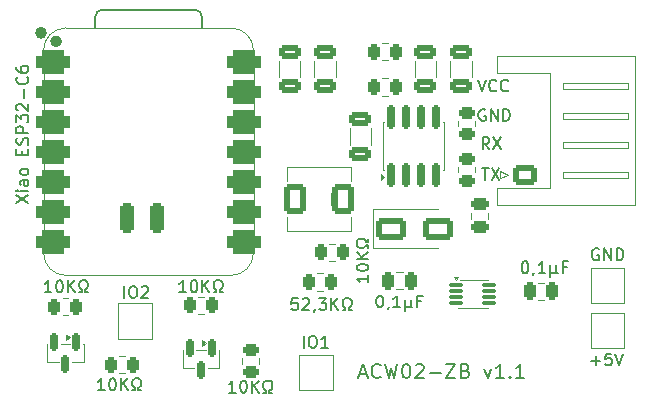
<source format=gto>
%TF.GenerationSoftware,KiCad,Pcbnew,9.0.5*%
%TF.CreationDate,2025-11-20T08:48:28+01:00*%
%TF.ProjectId,acw02_zb-v1.1,61637730-325f-47a6-922d-76312e312e6b,rev?*%
%TF.SameCoordinates,Original*%
%TF.FileFunction,Legend,Top*%
%TF.FilePolarity,Positive*%
%FSLAX46Y46*%
G04 Gerber Fmt 4.6, Leading zero omitted, Abs format (unit mm)*
G04 Created by KiCad (PCBNEW 9.0.5) date 2025-11-20 08:48:28*
%MOMM*%
%LPD*%
G01*
G04 APERTURE LIST*
G04 Aperture macros list*
%AMRoundRect*
0 Rectangle with rounded corners*
0 $1 Rounding radius*
0 $2 $3 $4 $5 $6 $7 $8 $9 X,Y pos of 4 corners*
0 Add a 4 corners polygon primitive as box body*
4,1,4,$2,$3,$4,$5,$6,$7,$8,$9,$2,$3,0*
0 Add four circle primitives for the rounded corners*
1,1,$1+$1,$2,$3*
1,1,$1+$1,$4,$5*
1,1,$1+$1,$6,$7*
1,1,$1+$1,$8,$9*
0 Add four rect primitives between the rounded corners*
20,1,$1+$1,$2,$3,$4,$5,0*
20,1,$1+$1,$4,$5,$6,$7,0*
20,1,$1+$1,$6,$7,$8,$9,0*
20,1,$1+$1,$8,$9,$2,$3,0*%
G04 Aperture macros list end*
%ADD10C,0.150000*%
%ADD11C,0.120000*%
%ADD12C,0.100000*%
%ADD13C,0.127000*%
%ADD14C,0.504000*%
%ADD15RoundRect,0.250000X-1.000000X-0.650000X1.000000X-0.650000X1.000000X0.650000X-1.000000X0.650000X0*%
%ADD16RoundRect,0.525400X-0.900400X-0.525400X0.900400X-0.525400X0.900400X0.525400X-0.900400X0.525400X0*%
%ADD17RoundRect,0.300400X-0.300400X1.000400X-0.300400X-1.000400X0.300400X-1.000400X0.300400X1.000400X0*%
%ADD18C,1.700000*%
%ADD19RoundRect,0.250000X0.262500X0.450000X-0.262500X0.450000X-0.262500X-0.450000X0.262500X-0.450000X0*%
%ADD20C,2.600000*%
%ADD21RoundRect,0.250000X0.475000X-0.250000X0.475000X0.250000X-0.475000X0.250000X-0.475000X-0.250000X0*%
%ADD22RoundRect,0.250000X0.250000X0.475000X-0.250000X0.475000X-0.250000X-0.475000X0.250000X-0.475000X0*%
%ADD23RoundRect,0.250000X-0.650000X0.325000X-0.650000X-0.325000X0.650000X-0.325000X0.650000X0.325000X0*%
%ADD24RoundRect,0.250000X0.700000X1.000000X-0.700000X1.000000X-0.700000X-1.000000X0.700000X-1.000000X0*%
%ADD25RoundRect,0.150000X-0.150000X0.587500X-0.150000X-0.587500X0.150000X-0.587500X0.150000X0.587500X0*%
%ADD26RoundRect,0.250000X0.650000X-0.325000X0.650000X0.325000X-0.650000X0.325000X-0.650000X-0.325000X0*%
%ADD27RoundRect,0.150000X0.150000X-0.825000X0.150000X0.825000X-0.150000X0.825000X-0.150000X-0.825000X0*%
%ADD28R,3.000000X2.290000*%
%ADD29RoundRect,0.250000X-0.450000X0.262500X-0.450000X-0.262500X0.450000X-0.262500X0.450000X0.262500X0*%
%ADD30RoundRect,0.250000X0.450000X-0.262500X0.450000X0.262500X-0.450000X0.262500X-0.450000X-0.262500X0*%
%ADD31RoundRect,0.250000X-0.262500X-0.450000X0.262500X-0.450000X0.262500X0.450000X-0.262500X0.450000X0*%
%ADD32RoundRect,0.250000X0.725000X-0.600000X0.725000X0.600000X-0.725000X0.600000X-0.725000X-0.600000X0*%
%ADD33O,1.950000X1.700000*%
%ADD34RoundRect,0.087500X-0.537500X-0.087500X0.537500X-0.087500X0.537500X0.087500X-0.537500X0.087500X0*%
G04 APERTURE END LIST*
D10*
X139536779Y-95188866D02*
X140298684Y-95188866D01*
X139917731Y-95569819D02*
X139917731Y-94807914D01*
X141251064Y-94569819D02*
X140774874Y-94569819D01*
X140774874Y-94569819D02*
X140727255Y-95046009D01*
X140727255Y-95046009D02*
X140774874Y-94998390D01*
X140774874Y-94998390D02*
X140870112Y-94950771D01*
X140870112Y-94950771D02*
X141108207Y-94950771D01*
X141108207Y-94950771D02*
X141203445Y-94998390D01*
X141203445Y-94998390D02*
X141251064Y-95046009D01*
X141251064Y-95046009D02*
X141298683Y-95141247D01*
X141298683Y-95141247D02*
X141298683Y-95379342D01*
X141298683Y-95379342D02*
X141251064Y-95474580D01*
X141251064Y-95474580D02*
X141203445Y-95522200D01*
X141203445Y-95522200D02*
X141108207Y-95569819D01*
X141108207Y-95569819D02*
X140870112Y-95569819D01*
X140870112Y-95569819D02*
X140774874Y-95522200D01*
X140774874Y-95522200D02*
X140727255Y-95474580D01*
X141584398Y-94569819D02*
X141917731Y-95569819D01*
X141917731Y-95569819D02*
X142251064Y-94569819D01*
X140160588Y-85717438D02*
X140065350Y-85669819D01*
X140065350Y-85669819D02*
X139922493Y-85669819D01*
X139922493Y-85669819D02*
X139779636Y-85717438D01*
X139779636Y-85717438D02*
X139684398Y-85812676D01*
X139684398Y-85812676D02*
X139636779Y-85907914D01*
X139636779Y-85907914D02*
X139589160Y-86098390D01*
X139589160Y-86098390D02*
X139589160Y-86241247D01*
X139589160Y-86241247D02*
X139636779Y-86431723D01*
X139636779Y-86431723D02*
X139684398Y-86526961D01*
X139684398Y-86526961D02*
X139779636Y-86622200D01*
X139779636Y-86622200D02*
X139922493Y-86669819D01*
X139922493Y-86669819D02*
X140017731Y-86669819D01*
X140017731Y-86669819D02*
X140160588Y-86622200D01*
X140160588Y-86622200D02*
X140208207Y-86574580D01*
X140208207Y-86574580D02*
X140208207Y-86241247D01*
X140208207Y-86241247D02*
X140017731Y-86241247D01*
X140636779Y-86669819D02*
X140636779Y-85669819D01*
X140636779Y-85669819D02*
X141208207Y-86669819D01*
X141208207Y-86669819D02*
X141208207Y-85669819D01*
X141684398Y-86669819D02*
X141684398Y-85669819D01*
X141684398Y-85669819D02*
X141922493Y-85669819D01*
X141922493Y-85669819D02*
X142065350Y-85717438D01*
X142065350Y-85717438D02*
X142160588Y-85812676D01*
X142160588Y-85812676D02*
X142208207Y-85907914D01*
X142208207Y-85907914D02*
X142255826Y-86098390D01*
X142255826Y-86098390D02*
X142255826Y-86241247D01*
X142255826Y-86241247D02*
X142208207Y-86431723D01*
X142208207Y-86431723D02*
X142160588Y-86526961D01*
X142160588Y-86526961D02*
X142065350Y-86622200D01*
X142065350Y-86622200D02*
X141922493Y-86669819D01*
X141922493Y-86669819D02*
X141684398Y-86669819D01*
X93838095Y-89369819D02*
X93266667Y-89369819D01*
X93552381Y-89369819D02*
X93552381Y-88369819D01*
X93552381Y-88369819D02*
X93457143Y-88512676D01*
X93457143Y-88512676D02*
X93361905Y-88607914D01*
X93361905Y-88607914D02*
X93266667Y-88655533D01*
X94457143Y-88369819D02*
X94552381Y-88369819D01*
X94552381Y-88369819D02*
X94647619Y-88417438D01*
X94647619Y-88417438D02*
X94695238Y-88465057D01*
X94695238Y-88465057D02*
X94742857Y-88560295D01*
X94742857Y-88560295D02*
X94790476Y-88750771D01*
X94790476Y-88750771D02*
X94790476Y-88988866D01*
X94790476Y-88988866D02*
X94742857Y-89179342D01*
X94742857Y-89179342D02*
X94695238Y-89274580D01*
X94695238Y-89274580D02*
X94647619Y-89322200D01*
X94647619Y-89322200D02*
X94552381Y-89369819D01*
X94552381Y-89369819D02*
X94457143Y-89369819D01*
X94457143Y-89369819D02*
X94361905Y-89322200D01*
X94361905Y-89322200D02*
X94314286Y-89274580D01*
X94314286Y-89274580D02*
X94266667Y-89179342D01*
X94266667Y-89179342D02*
X94219048Y-88988866D01*
X94219048Y-88988866D02*
X94219048Y-88750771D01*
X94219048Y-88750771D02*
X94266667Y-88560295D01*
X94266667Y-88560295D02*
X94314286Y-88465057D01*
X94314286Y-88465057D02*
X94361905Y-88417438D01*
X94361905Y-88417438D02*
X94457143Y-88369819D01*
X95219048Y-89369819D02*
X95219048Y-88369819D01*
X95790476Y-89369819D02*
X95361905Y-88798390D01*
X95790476Y-88369819D02*
X95219048Y-88941247D01*
X96171429Y-89369819D02*
X96409524Y-89369819D01*
X96409524Y-89369819D02*
X96409524Y-89179342D01*
X96409524Y-89179342D02*
X96314286Y-89131723D01*
X96314286Y-89131723D02*
X96219048Y-89036485D01*
X96219048Y-89036485D02*
X96171429Y-88893628D01*
X96171429Y-88893628D02*
X96171429Y-88655533D01*
X96171429Y-88655533D02*
X96219048Y-88512676D01*
X96219048Y-88512676D02*
X96314286Y-88417438D01*
X96314286Y-88417438D02*
X96457143Y-88369819D01*
X96457143Y-88369819D02*
X96647619Y-88369819D01*
X96647619Y-88369819D02*
X96790476Y-88417438D01*
X96790476Y-88417438D02*
X96885714Y-88512676D01*
X96885714Y-88512676D02*
X96933333Y-88655533D01*
X96933333Y-88655533D02*
X96933333Y-88893628D01*
X96933333Y-88893628D02*
X96885714Y-89036485D01*
X96885714Y-89036485D02*
X96790476Y-89131723D01*
X96790476Y-89131723D02*
X96695238Y-89179342D01*
X96695238Y-89179342D02*
X96695238Y-89369819D01*
X96695238Y-89369819D02*
X96933333Y-89369819D01*
X133885714Y-86769819D02*
X133980952Y-86769819D01*
X133980952Y-86769819D02*
X134076190Y-86817438D01*
X134076190Y-86817438D02*
X134123809Y-86865057D01*
X134123809Y-86865057D02*
X134171428Y-86960295D01*
X134171428Y-86960295D02*
X134219047Y-87150771D01*
X134219047Y-87150771D02*
X134219047Y-87388866D01*
X134219047Y-87388866D02*
X134171428Y-87579342D01*
X134171428Y-87579342D02*
X134123809Y-87674580D01*
X134123809Y-87674580D02*
X134076190Y-87722200D01*
X134076190Y-87722200D02*
X133980952Y-87769819D01*
X133980952Y-87769819D02*
X133885714Y-87769819D01*
X133885714Y-87769819D02*
X133790476Y-87722200D01*
X133790476Y-87722200D02*
X133742857Y-87674580D01*
X133742857Y-87674580D02*
X133695238Y-87579342D01*
X133695238Y-87579342D02*
X133647619Y-87388866D01*
X133647619Y-87388866D02*
X133647619Y-87150771D01*
X133647619Y-87150771D02*
X133695238Y-86960295D01*
X133695238Y-86960295D02*
X133742857Y-86865057D01*
X133742857Y-86865057D02*
X133790476Y-86817438D01*
X133790476Y-86817438D02*
X133885714Y-86769819D01*
X134695238Y-87722200D02*
X134695238Y-87769819D01*
X134695238Y-87769819D02*
X134647619Y-87865057D01*
X134647619Y-87865057D02*
X134600000Y-87912676D01*
X135647618Y-87769819D02*
X135076190Y-87769819D01*
X135361904Y-87769819D02*
X135361904Y-86769819D01*
X135361904Y-86769819D02*
X135266666Y-86912676D01*
X135266666Y-86912676D02*
X135171428Y-87007914D01*
X135171428Y-87007914D02*
X135076190Y-87055533D01*
X136076190Y-87103152D02*
X136076190Y-88103152D01*
X136552380Y-87626961D02*
X136599999Y-87722200D01*
X136599999Y-87722200D02*
X136695237Y-87769819D01*
X136076190Y-87626961D02*
X136123809Y-87722200D01*
X136123809Y-87722200D02*
X136219047Y-87769819D01*
X136219047Y-87769819D02*
X136409523Y-87769819D01*
X136409523Y-87769819D02*
X136504761Y-87722200D01*
X136504761Y-87722200D02*
X136552380Y-87626961D01*
X136552380Y-87626961D02*
X136552380Y-87103152D01*
X137457142Y-87246009D02*
X137123809Y-87246009D01*
X137123809Y-87769819D02*
X137123809Y-86769819D01*
X137123809Y-86769819D02*
X137599999Y-86769819D01*
X109438095Y-97869819D02*
X108866667Y-97869819D01*
X109152381Y-97869819D02*
X109152381Y-96869819D01*
X109152381Y-96869819D02*
X109057143Y-97012676D01*
X109057143Y-97012676D02*
X108961905Y-97107914D01*
X108961905Y-97107914D02*
X108866667Y-97155533D01*
X110057143Y-96869819D02*
X110152381Y-96869819D01*
X110152381Y-96869819D02*
X110247619Y-96917438D01*
X110247619Y-96917438D02*
X110295238Y-96965057D01*
X110295238Y-96965057D02*
X110342857Y-97060295D01*
X110342857Y-97060295D02*
X110390476Y-97250771D01*
X110390476Y-97250771D02*
X110390476Y-97488866D01*
X110390476Y-97488866D02*
X110342857Y-97679342D01*
X110342857Y-97679342D02*
X110295238Y-97774580D01*
X110295238Y-97774580D02*
X110247619Y-97822200D01*
X110247619Y-97822200D02*
X110152381Y-97869819D01*
X110152381Y-97869819D02*
X110057143Y-97869819D01*
X110057143Y-97869819D02*
X109961905Y-97822200D01*
X109961905Y-97822200D02*
X109914286Y-97774580D01*
X109914286Y-97774580D02*
X109866667Y-97679342D01*
X109866667Y-97679342D02*
X109819048Y-97488866D01*
X109819048Y-97488866D02*
X109819048Y-97250771D01*
X109819048Y-97250771D02*
X109866667Y-97060295D01*
X109866667Y-97060295D02*
X109914286Y-96965057D01*
X109914286Y-96965057D02*
X109961905Y-96917438D01*
X109961905Y-96917438D02*
X110057143Y-96869819D01*
X110819048Y-97869819D02*
X110819048Y-96869819D01*
X111390476Y-97869819D02*
X110961905Y-97298390D01*
X111390476Y-96869819D02*
X110819048Y-97441247D01*
X111771429Y-97869819D02*
X112009524Y-97869819D01*
X112009524Y-97869819D02*
X112009524Y-97679342D01*
X112009524Y-97679342D02*
X111914286Y-97631723D01*
X111914286Y-97631723D02*
X111819048Y-97536485D01*
X111819048Y-97536485D02*
X111771429Y-97393628D01*
X111771429Y-97393628D02*
X111771429Y-97155533D01*
X111771429Y-97155533D02*
X111819048Y-97012676D01*
X111819048Y-97012676D02*
X111914286Y-96917438D01*
X111914286Y-96917438D02*
X112057143Y-96869819D01*
X112057143Y-96869819D02*
X112247619Y-96869819D01*
X112247619Y-96869819D02*
X112390476Y-96917438D01*
X112390476Y-96917438D02*
X112485714Y-97012676D01*
X112485714Y-97012676D02*
X112533333Y-97155533D01*
X112533333Y-97155533D02*
X112533333Y-97393628D01*
X112533333Y-97393628D02*
X112485714Y-97536485D01*
X112485714Y-97536485D02*
X112390476Y-97631723D01*
X112390476Y-97631723D02*
X112295238Y-97679342D01*
X112295238Y-97679342D02*
X112295238Y-97869819D01*
X112295238Y-97869819D02*
X112533333Y-97869819D01*
X105238095Y-89369819D02*
X104666667Y-89369819D01*
X104952381Y-89369819D02*
X104952381Y-88369819D01*
X104952381Y-88369819D02*
X104857143Y-88512676D01*
X104857143Y-88512676D02*
X104761905Y-88607914D01*
X104761905Y-88607914D02*
X104666667Y-88655533D01*
X105857143Y-88369819D02*
X105952381Y-88369819D01*
X105952381Y-88369819D02*
X106047619Y-88417438D01*
X106047619Y-88417438D02*
X106095238Y-88465057D01*
X106095238Y-88465057D02*
X106142857Y-88560295D01*
X106142857Y-88560295D02*
X106190476Y-88750771D01*
X106190476Y-88750771D02*
X106190476Y-88988866D01*
X106190476Y-88988866D02*
X106142857Y-89179342D01*
X106142857Y-89179342D02*
X106095238Y-89274580D01*
X106095238Y-89274580D02*
X106047619Y-89322200D01*
X106047619Y-89322200D02*
X105952381Y-89369819D01*
X105952381Y-89369819D02*
X105857143Y-89369819D01*
X105857143Y-89369819D02*
X105761905Y-89322200D01*
X105761905Y-89322200D02*
X105714286Y-89274580D01*
X105714286Y-89274580D02*
X105666667Y-89179342D01*
X105666667Y-89179342D02*
X105619048Y-88988866D01*
X105619048Y-88988866D02*
X105619048Y-88750771D01*
X105619048Y-88750771D02*
X105666667Y-88560295D01*
X105666667Y-88560295D02*
X105714286Y-88465057D01*
X105714286Y-88465057D02*
X105761905Y-88417438D01*
X105761905Y-88417438D02*
X105857143Y-88369819D01*
X106619048Y-89369819D02*
X106619048Y-88369819D01*
X107190476Y-89369819D02*
X106761905Y-88798390D01*
X107190476Y-88369819D02*
X106619048Y-88941247D01*
X107571429Y-89369819D02*
X107809524Y-89369819D01*
X107809524Y-89369819D02*
X107809524Y-89179342D01*
X107809524Y-89179342D02*
X107714286Y-89131723D01*
X107714286Y-89131723D02*
X107619048Y-89036485D01*
X107619048Y-89036485D02*
X107571429Y-88893628D01*
X107571429Y-88893628D02*
X107571429Y-88655533D01*
X107571429Y-88655533D02*
X107619048Y-88512676D01*
X107619048Y-88512676D02*
X107714286Y-88417438D01*
X107714286Y-88417438D02*
X107857143Y-88369819D01*
X107857143Y-88369819D02*
X108047619Y-88369819D01*
X108047619Y-88369819D02*
X108190476Y-88417438D01*
X108190476Y-88417438D02*
X108285714Y-88512676D01*
X108285714Y-88512676D02*
X108333333Y-88655533D01*
X108333333Y-88655533D02*
X108333333Y-88893628D01*
X108333333Y-88893628D02*
X108285714Y-89036485D01*
X108285714Y-89036485D02*
X108190476Y-89131723D01*
X108190476Y-89131723D02*
X108095238Y-89179342D01*
X108095238Y-89179342D02*
X108095238Y-89369819D01*
X108095238Y-89369819D02*
X108333333Y-89369819D01*
X121585714Y-89669819D02*
X121680952Y-89669819D01*
X121680952Y-89669819D02*
X121776190Y-89717438D01*
X121776190Y-89717438D02*
X121823809Y-89765057D01*
X121823809Y-89765057D02*
X121871428Y-89860295D01*
X121871428Y-89860295D02*
X121919047Y-90050771D01*
X121919047Y-90050771D02*
X121919047Y-90288866D01*
X121919047Y-90288866D02*
X121871428Y-90479342D01*
X121871428Y-90479342D02*
X121823809Y-90574580D01*
X121823809Y-90574580D02*
X121776190Y-90622200D01*
X121776190Y-90622200D02*
X121680952Y-90669819D01*
X121680952Y-90669819D02*
X121585714Y-90669819D01*
X121585714Y-90669819D02*
X121490476Y-90622200D01*
X121490476Y-90622200D02*
X121442857Y-90574580D01*
X121442857Y-90574580D02*
X121395238Y-90479342D01*
X121395238Y-90479342D02*
X121347619Y-90288866D01*
X121347619Y-90288866D02*
X121347619Y-90050771D01*
X121347619Y-90050771D02*
X121395238Y-89860295D01*
X121395238Y-89860295D02*
X121442857Y-89765057D01*
X121442857Y-89765057D02*
X121490476Y-89717438D01*
X121490476Y-89717438D02*
X121585714Y-89669819D01*
X122395238Y-90622200D02*
X122395238Y-90669819D01*
X122395238Y-90669819D02*
X122347619Y-90765057D01*
X122347619Y-90765057D02*
X122300000Y-90812676D01*
X123347618Y-90669819D02*
X122776190Y-90669819D01*
X123061904Y-90669819D02*
X123061904Y-89669819D01*
X123061904Y-89669819D02*
X122966666Y-89812676D01*
X122966666Y-89812676D02*
X122871428Y-89907914D01*
X122871428Y-89907914D02*
X122776190Y-89955533D01*
X123776190Y-90003152D02*
X123776190Y-91003152D01*
X124252380Y-90526961D02*
X124299999Y-90622200D01*
X124299999Y-90622200D02*
X124395237Y-90669819D01*
X123776190Y-90526961D02*
X123823809Y-90622200D01*
X123823809Y-90622200D02*
X123919047Y-90669819D01*
X123919047Y-90669819D02*
X124109523Y-90669819D01*
X124109523Y-90669819D02*
X124204761Y-90622200D01*
X124204761Y-90622200D02*
X124252380Y-90526961D01*
X124252380Y-90526961D02*
X124252380Y-90003152D01*
X125157142Y-90146009D02*
X124823809Y-90146009D01*
X124823809Y-90669819D02*
X124823809Y-89669819D01*
X124823809Y-89669819D02*
X125299999Y-89669819D01*
X120669819Y-87961904D02*
X120669819Y-88533332D01*
X120669819Y-88247618D02*
X119669819Y-88247618D01*
X119669819Y-88247618D02*
X119812676Y-88342856D01*
X119812676Y-88342856D02*
X119907914Y-88438094D01*
X119907914Y-88438094D02*
X119955533Y-88533332D01*
X119669819Y-87342856D02*
X119669819Y-87247618D01*
X119669819Y-87247618D02*
X119717438Y-87152380D01*
X119717438Y-87152380D02*
X119765057Y-87104761D01*
X119765057Y-87104761D02*
X119860295Y-87057142D01*
X119860295Y-87057142D02*
X120050771Y-87009523D01*
X120050771Y-87009523D02*
X120288866Y-87009523D01*
X120288866Y-87009523D02*
X120479342Y-87057142D01*
X120479342Y-87057142D02*
X120574580Y-87104761D01*
X120574580Y-87104761D02*
X120622200Y-87152380D01*
X120622200Y-87152380D02*
X120669819Y-87247618D01*
X120669819Y-87247618D02*
X120669819Y-87342856D01*
X120669819Y-87342856D02*
X120622200Y-87438094D01*
X120622200Y-87438094D02*
X120574580Y-87485713D01*
X120574580Y-87485713D02*
X120479342Y-87533332D01*
X120479342Y-87533332D02*
X120288866Y-87580951D01*
X120288866Y-87580951D02*
X120050771Y-87580951D01*
X120050771Y-87580951D02*
X119860295Y-87533332D01*
X119860295Y-87533332D02*
X119765057Y-87485713D01*
X119765057Y-87485713D02*
X119717438Y-87438094D01*
X119717438Y-87438094D02*
X119669819Y-87342856D01*
X120669819Y-86580951D02*
X119669819Y-86580951D01*
X120669819Y-86009523D02*
X120098390Y-86438094D01*
X119669819Y-86009523D02*
X120241247Y-86580951D01*
X120669819Y-85628570D02*
X120669819Y-85390475D01*
X120669819Y-85390475D02*
X120479342Y-85390475D01*
X120479342Y-85390475D02*
X120431723Y-85485713D01*
X120431723Y-85485713D02*
X120336485Y-85580951D01*
X120336485Y-85580951D02*
X120193628Y-85628570D01*
X120193628Y-85628570D02*
X119955533Y-85628570D01*
X119955533Y-85628570D02*
X119812676Y-85580951D01*
X119812676Y-85580951D02*
X119717438Y-85485713D01*
X119717438Y-85485713D02*
X119669819Y-85342856D01*
X119669819Y-85342856D02*
X119669819Y-85152380D01*
X119669819Y-85152380D02*
X119717438Y-85009523D01*
X119717438Y-85009523D02*
X119812676Y-84914285D01*
X119812676Y-84914285D02*
X119955533Y-84866666D01*
X119955533Y-84866666D02*
X120193628Y-84866666D01*
X120193628Y-84866666D02*
X120336485Y-84914285D01*
X120336485Y-84914285D02*
X120431723Y-85009523D01*
X120431723Y-85009523D02*
X120479342Y-85104761D01*
X120479342Y-85104761D02*
X120669819Y-85104761D01*
X120669819Y-85104761D02*
X120669819Y-84866666D01*
X114676190Y-89869819D02*
X114200000Y-89869819D01*
X114200000Y-89869819D02*
X114152381Y-90346009D01*
X114152381Y-90346009D02*
X114200000Y-90298390D01*
X114200000Y-90298390D02*
X114295238Y-90250771D01*
X114295238Y-90250771D02*
X114533333Y-90250771D01*
X114533333Y-90250771D02*
X114628571Y-90298390D01*
X114628571Y-90298390D02*
X114676190Y-90346009D01*
X114676190Y-90346009D02*
X114723809Y-90441247D01*
X114723809Y-90441247D02*
X114723809Y-90679342D01*
X114723809Y-90679342D02*
X114676190Y-90774580D01*
X114676190Y-90774580D02*
X114628571Y-90822200D01*
X114628571Y-90822200D02*
X114533333Y-90869819D01*
X114533333Y-90869819D02*
X114295238Y-90869819D01*
X114295238Y-90869819D02*
X114200000Y-90822200D01*
X114200000Y-90822200D02*
X114152381Y-90774580D01*
X115104762Y-89965057D02*
X115152381Y-89917438D01*
X115152381Y-89917438D02*
X115247619Y-89869819D01*
X115247619Y-89869819D02*
X115485714Y-89869819D01*
X115485714Y-89869819D02*
X115580952Y-89917438D01*
X115580952Y-89917438D02*
X115628571Y-89965057D01*
X115628571Y-89965057D02*
X115676190Y-90060295D01*
X115676190Y-90060295D02*
X115676190Y-90155533D01*
X115676190Y-90155533D02*
X115628571Y-90298390D01*
X115628571Y-90298390D02*
X115057143Y-90869819D01*
X115057143Y-90869819D02*
X115676190Y-90869819D01*
X116152381Y-90822200D02*
X116152381Y-90869819D01*
X116152381Y-90869819D02*
X116104762Y-90965057D01*
X116104762Y-90965057D02*
X116057143Y-91012676D01*
X116485714Y-89869819D02*
X117104761Y-89869819D01*
X117104761Y-89869819D02*
X116771428Y-90250771D01*
X116771428Y-90250771D02*
X116914285Y-90250771D01*
X116914285Y-90250771D02*
X117009523Y-90298390D01*
X117009523Y-90298390D02*
X117057142Y-90346009D01*
X117057142Y-90346009D02*
X117104761Y-90441247D01*
X117104761Y-90441247D02*
X117104761Y-90679342D01*
X117104761Y-90679342D02*
X117057142Y-90774580D01*
X117057142Y-90774580D02*
X117009523Y-90822200D01*
X117009523Y-90822200D02*
X116914285Y-90869819D01*
X116914285Y-90869819D02*
X116628571Y-90869819D01*
X116628571Y-90869819D02*
X116533333Y-90822200D01*
X116533333Y-90822200D02*
X116485714Y-90774580D01*
X117533333Y-90869819D02*
X117533333Y-89869819D01*
X118104761Y-90869819D02*
X117676190Y-90298390D01*
X118104761Y-89869819D02*
X117533333Y-90441247D01*
X118485714Y-90869819D02*
X118723809Y-90869819D01*
X118723809Y-90869819D02*
X118723809Y-90679342D01*
X118723809Y-90679342D02*
X118628571Y-90631723D01*
X118628571Y-90631723D02*
X118533333Y-90536485D01*
X118533333Y-90536485D02*
X118485714Y-90393628D01*
X118485714Y-90393628D02*
X118485714Y-90155533D01*
X118485714Y-90155533D02*
X118533333Y-90012676D01*
X118533333Y-90012676D02*
X118628571Y-89917438D01*
X118628571Y-89917438D02*
X118771428Y-89869819D01*
X118771428Y-89869819D02*
X118961904Y-89869819D01*
X118961904Y-89869819D02*
X119104761Y-89917438D01*
X119104761Y-89917438D02*
X119199999Y-90012676D01*
X119199999Y-90012676D02*
X119247618Y-90155533D01*
X119247618Y-90155533D02*
X119247618Y-90393628D01*
X119247618Y-90393628D02*
X119199999Y-90536485D01*
X119199999Y-90536485D02*
X119104761Y-90631723D01*
X119104761Y-90631723D02*
X119009523Y-90679342D01*
X119009523Y-90679342D02*
X119009523Y-90869819D01*
X119009523Y-90869819D02*
X119247618Y-90869819D01*
X130293922Y-78869819D02*
X130865350Y-78869819D01*
X130579636Y-79869819D02*
X130579636Y-78869819D01*
X131103446Y-78869819D02*
X131770112Y-79869819D01*
X131770112Y-78869819D02*
X131103446Y-79869819D01*
X98338095Y-97669819D02*
X97766667Y-97669819D01*
X98052381Y-97669819D02*
X98052381Y-96669819D01*
X98052381Y-96669819D02*
X97957143Y-96812676D01*
X97957143Y-96812676D02*
X97861905Y-96907914D01*
X97861905Y-96907914D02*
X97766667Y-96955533D01*
X98957143Y-96669819D02*
X99052381Y-96669819D01*
X99052381Y-96669819D02*
X99147619Y-96717438D01*
X99147619Y-96717438D02*
X99195238Y-96765057D01*
X99195238Y-96765057D02*
X99242857Y-96860295D01*
X99242857Y-96860295D02*
X99290476Y-97050771D01*
X99290476Y-97050771D02*
X99290476Y-97288866D01*
X99290476Y-97288866D02*
X99242857Y-97479342D01*
X99242857Y-97479342D02*
X99195238Y-97574580D01*
X99195238Y-97574580D02*
X99147619Y-97622200D01*
X99147619Y-97622200D02*
X99052381Y-97669819D01*
X99052381Y-97669819D02*
X98957143Y-97669819D01*
X98957143Y-97669819D02*
X98861905Y-97622200D01*
X98861905Y-97622200D02*
X98814286Y-97574580D01*
X98814286Y-97574580D02*
X98766667Y-97479342D01*
X98766667Y-97479342D02*
X98719048Y-97288866D01*
X98719048Y-97288866D02*
X98719048Y-97050771D01*
X98719048Y-97050771D02*
X98766667Y-96860295D01*
X98766667Y-96860295D02*
X98814286Y-96765057D01*
X98814286Y-96765057D02*
X98861905Y-96717438D01*
X98861905Y-96717438D02*
X98957143Y-96669819D01*
X99719048Y-97669819D02*
X99719048Y-96669819D01*
X100290476Y-97669819D02*
X99861905Y-97098390D01*
X100290476Y-96669819D02*
X99719048Y-97241247D01*
X100671429Y-97669819D02*
X100909524Y-97669819D01*
X100909524Y-97669819D02*
X100909524Y-97479342D01*
X100909524Y-97479342D02*
X100814286Y-97431723D01*
X100814286Y-97431723D02*
X100719048Y-97336485D01*
X100719048Y-97336485D02*
X100671429Y-97193628D01*
X100671429Y-97193628D02*
X100671429Y-96955533D01*
X100671429Y-96955533D02*
X100719048Y-96812676D01*
X100719048Y-96812676D02*
X100814286Y-96717438D01*
X100814286Y-96717438D02*
X100957143Y-96669819D01*
X100957143Y-96669819D02*
X101147619Y-96669819D01*
X101147619Y-96669819D02*
X101290476Y-96717438D01*
X101290476Y-96717438D02*
X101385714Y-96812676D01*
X101385714Y-96812676D02*
X101433333Y-96955533D01*
X101433333Y-96955533D02*
X101433333Y-97193628D01*
X101433333Y-97193628D02*
X101385714Y-97336485D01*
X101385714Y-97336485D02*
X101290476Y-97431723D01*
X101290476Y-97431723D02*
X101195238Y-97479342D01*
X101195238Y-97479342D02*
X101195238Y-97669819D01*
X101195238Y-97669819D02*
X101433333Y-97669819D01*
X119928571Y-96302485D02*
X120500000Y-96302485D01*
X119814285Y-96645342D02*
X120214285Y-95445342D01*
X120214285Y-95445342D02*
X120614285Y-96645342D01*
X121699999Y-96531057D02*
X121642856Y-96588200D01*
X121642856Y-96588200D02*
X121471428Y-96645342D01*
X121471428Y-96645342D02*
X121357142Y-96645342D01*
X121357142Y-96645342D02*
X121185713Y-96588200D01*
X121185713Y-96588200D02*
X121071428Y-96473914D01*
X121071428Y-96473914D02*
X121014285Y-96359628D01*
X121014285Y-96359628D02*
X120957142Y-96131057D01*
X120957142Y-96131057D02*
X120957142Y-95959628D01*
X120957142Y-95959628D02*
X121014285Y-95731057D01*
X121014285Y-95731057D02*
X121071428Y-95616771D01*
X121071428Y-95616771D02*
X121185713Y-95502485D01*
X121185713Y-95502485D02*
X121357142Y-95445342D01*
X121357142Y-95445342D02*
X121471428Y-95445342D01*
X121471428Y-95445342D02*
X121642856Y-95502485D01*
X121642856Y-95502485D02*
X121699999Y-95559628D01*
X122099999Y-95445342D02*
X122385713Y-96645342D01*
X122385713Y-96645342D02*
X122614285Y-95788200D01*
X122614285Y-95788200D02*
X122842856Y-96645342D01*
X122842856Y-96645342D02*
X123128571Y-95445342D01*
X123814285Y-95445342D02*
X123928571Y-95445342D01*
X123928571Y-95445342D02*
X124042857Y-95502485D01*
X124042857Y-95502485D02*
X124100000Y-95559628D01*
X124100000Y-95559628D02*
X124157142Y-95673914D01*
X124157142Y-95673914D02*
X124214285Y-95902485D01*
X124214285Y-95902485D02*
X124214285Y-96188200D01*
X124214285Y-96188200D02*
X124157142Y-96416771D01*
X124157142Y-96416771D02*
X124100000Y-96531057D01*
X124100000Y-96531057D02*
X124042857Y-96588200D01*
X124042857Y-96588200D02*
X123928571Y-96645342D01*
X123928571Y-96645342D02*
X123814285Y-96645342D01*
X123814285Y-96645342D02*
X123700000Y-96588200D01*
X123700000Y-96588200D02*
X123642857Y-96531057D01*
X123642857Y-96531057D02*
X123585714Y-96416771D01*
X123585714Y-96416771D02*
X123528571Y-96188200D01*
X123528571Y-96188200D02*
X123528571Y-95902485D01*
X123528571Y-95902485D02*
X123585714Y-95673914D01*
X123585714Y-95673914D02*
X123642857Y-95559628D01*
X123642857Y-95559628D02*
X123700000Y-95502485D01*
X123700000Y-95502485D02*
X123814285Y-95445342D01*
X124671428Y-95559628D02*
X124728571Y-95502485D01*
X124728571Y-95502485D02*
X124842857Y-95445342D01*
X124842857Y-95445342D02*
X125128571Y-95445342D01*
X125128571Y-95445342D02*
X125242857Y-95502485D01*
X125242857Y-95502485D02*
X125299999Y-95559628D01*
X125299999Y-95559628D02*
X125357142Y-95673914D01*
X125357142Y-95673914D02*
X125357142Y-95788200D01*
X125357142Y-95788200D02*
X125299999Y-95959628D01*
X125299999Y-95959628D02*
X124614285Y-96645342D01*
X124614285Y-96645342D02*
X125357142Y-96645342D01*
X125871428Y-96188200D02*
X126785714Y-96188200D01*
X127242856Y-95445342D02*
X128042856Y-95445342D01*
X128042856Y-95445342D02*
X127242856Y-96645342D01*
X127242856Y-96645342D02*
X128042856Y-96645342D01*
X128899999Y-96016771D02*
X129071427Y-96073914D01*
X129071427Y-96073914D02*
X129128570Y-96131057D01*
X129128570Y-96131057D02*
X129185713Y-96245342D01*
X129185713Y-96245342D02*
X129185713Y-96416771D01*
X129185713Y-96416771D02*
X129128570Y-96531057D01*
X129128570Y-96531057D02*
X129071427Y-96588200D01*
X129071427Y-96588200D02*
X128957142Y-96645342D01*
X128957142Y-96645342D02*
X128499999Y-96645342D01*
X128499999Y-96645342D02*
X128499999Y-95445342D01*
X128499999Y-95445342D02*
X128899999Y-95445342D01*
X128899999Y-95445342D02*
X129014285Y-95502485D01*
X129014285Y-95502485D02*
X129071427Y-95559628D01*
X129071427Y-95559628D02*
X129128570Y-95673914D01*
X129128570Y-95673914D02*
X129128570Y-95788200D01*
X129128570Y-95788200D02*
X129071427Y-95902485D01*
X129071427Y-95902485D02*
X129014285Y-95959628D01*
X129014285Y-95959628D02*
X128899999Y-96016771D01*
X128899999Y-96016771D02*
X128499999Y-96016771D01*
X130499999Y-95845342D02*
X130785713Y-96645342D01*
X130785713Y-96645342D02*
X131071428Y-95845342D01*
X132157142Y-96645342D02*
X131471428Y-96645342D01*
X131814285Y-96645342D02*
X131814285Y-95445342D01*
X131814285Y-95445342D02*
X131699999Y-95616771D01*
X131699999Y-95616771D02*
X131585714Y-95731057D01*
X131585714Y-95731057D02*
X131471428Y-95788200D01*
X132671428Y-96531057D02*
X132728571Y-96588200D01*
X132728571Y-96588200D02*
X132671428Y-96645342D01*
X132671428Y-96645342D02*
X132614285Y-96588200D01*
X132614285Y-96588200D02*
X132671428Y-96531057D01*
X132671428Y-96531057D02*
X132671428Y-96645342D01*
X133871428Y-96645342D02*
X133185714Y-96645342D01*
X133528571Y-96645342D02*
X133528571Y-95445342D01*
X133528571Y-95445342D02*
X133414285Y-95616771D01*
X133414285Y-95616771D02*
X133300000Y-95731057D01*
X133300000Y-95731057D02*
X133185714Y-95788200D01*
X115200000Y-94069819D02*
X115200000Y-93069819D01*
X115866666Y-93069819D02*
X116057142Y-93069819D01*
X116057142Y-93069819D02*
X116152380Y-93117438D01*
X116152380Y-93117438D02*
X116247618Y-93212676D01*
X116247618Y-93212676D02*
X116295237Y-93403152D01*
X116295237Y-93403152D02*
X116295237Y-93736485D01*
X116295237Y-93736485D02*
X116247618Y-93926961D01*
X116247618Y-93926961D02*
X116152380Y-94022200D01*
X116152380Y-94022200D02*
X116057142Y-94069819D01*
X116057142Y-94069819D02*
X115866666Y-94069819D01*
X115866666Y-94069819D02*
X115771428Y-94022200D01*
X115771428Y-94022200D02*
X115676190Y-93926961D01*
X115676190Y-93926961D02*
X115628571Y-93736485D01*
X115628571Y-93736485D02*
X115628571Y-93403152D01*
X115628571Y-93403152D02*
X115676190Y-93212676D01*
X115676190Y-93212676D02*
X115771428Y-93117438D01*
X115771428Y-93117438D02*
X115866666Y-93069819D01*
X117247618Y-94069819D02*
X116676190Y-94069819D01*
X116961904Y-94069819D02*
X116961904Y-93069819D01*
X116961904Y-93069819D02*
X116866666Y-93212676D01*
X116866666Y-93212676D02*
X116771428Y-93307914D01*
X116771428Y-93307914D02*
X116676190Y-93355533D01*
X129928922Y-71369819D02*
X130262255Y-72369819D01*
X130262255Y-72369819D02*
X130595588Y-71369819D01*
X131500350Y-72274580D02*
X131452731Y-72322200D01*
X131452731Y-72322200D02*
X131309874Y-72369819D01*
X131309874Y-72369819D02*
X131214636Y-72369819D01*
X131214636Y-72369819D02*
X131071779Y-72322200D01*
X131071779Y-72322200D02*
X130976541Y-72226961D01*
X130976541Y-72226961D02*
X130928922Y-72131723D01*
X130928922Y-72131723D02*
X130881303Y-71941247D01*
X130881303Y-71941247D02*
X130881303Y-71798390D01*
X130881303Y-71798390D02*
X130928922Y-71607914D01*
X130928922Y-71607914D02*
X130976541Y-71512676D01*
X130976541Y-71512676D02*
X131071779Y-71417438D01*
X131071779Y-71417438D02*
X131214636Y-71369819D01*
X131214636Y-71369819D02*
X131309874Y-71369819D01*
X131309874Y-71369819D02*
X131452731Y-71417438D01*
X131452731Y-71417438D02*
X131500350Y-71465057D01*
X132500350Y-72274580D02*
X132452731Y-72322200D01*
X132452731Y-72322200D02*
X132309874Y-72369819D01*
X132309874Y-72369819D02*
X132214636Y-72369819D01*
X132214636Y-72369819D02*
X132071779Y-72322200D01*
X132071779Y-72322200D02*
X131976541Y-72226961D01*
X131976541Y-72226961D02*
X131928922Y-72131723D01*
X131928922Y-72131723D02*
X131881303Y-71941247D01*
X131881303Y-71941247D02*
X131881303Y-71798390D01*
X131881303Y-71798390D02*
X131928922Y-71607914D01*
X131928922Y-71607914D02*
X131976541Y-71512676D01*
X131976541Y-71512676D02*
X132071779Y-71417438D01*
X132071779Y-71417438D02*
X132214636Y-71369819D01*
X132214636Y-71369819D02*
X132309874Y-71369819D01*
X132309874Y-71369819D02*
X132452731Y-71417438D01*
X132452731Y-71417438D02*
X132500350Y-71465057D01*
X130560588Y-73917438D02*
X130465350Y-73869819D01*
X130465350Y-73869819D02*
X130322493Y-73869819D01*
X130322493Y-73869819D02*
X130179636Y-73917438D01*
X130179636Y-73917438D02*
X130084398Y-74012676D01*
X130084398Y-74012676D02*
X130036779Y-74107914D01*
X130036779Y-74107914D02*
X129989160Y-74298390D01*
X129989160Y-74298390D02*
X129989160Y-74441247D01*
X129989160Y-74441247D02*
X130036779Y-74631723D01*
X130036779Y-74631723D02*
X130084398Y-74726961D01*
X130084398Y-74726961D02*
X130179636Y-74822200D01*
X130179636Y-74822200D02*
X130322493Y-74869819D01*
X130322493Y-74869819D02*
X130417731Y-74869819D01*
X130417731Y-74869819D02*
X130560588Y-74822200D01*
X130560588Y-74822200D02*
X130608207Y-74774580D01*
X130608207Y-74774580D02*
X130608207Y-74441247D01*
X130608207Y-74441247D02*
X130417731Y-74441247D01*
X131036779Y-74869819D02*
X131036779Y-73869819D01*
X131036779Y-73869819D02*
X131608207Y-74869819D01*
X131608207Y-74869819D02*
X131608207Y-73869819D01*
X132084398Y-74869819D02*
X132084398Y-73869819D01*
X132084398Y-73869819D02*
X132322493Y-73869819D01*
X132322493Y-73869819D02*
X132465350Y-73917438D01*
X132465350Y-73917438D02*
X132560588Y-74012676D01*
X132560588Y-74012676D02*
X132608207Y-74107914D01*
X132608207Y-74107914D02*
X132655826Y-74298390D01*
X132655826Y-74298390D02*
X132655826Y-74441247D01*
X132655826Y-74441247D02*
X132608207Y-74631723D01*
X132608207Y-74631723D02*
X132560588Y-74726961D01*
X132560588Y-74726961D02*
X132465350Y-74822200D01*
X132465350Y-74822200D02*
X132322493Y-74869819D01*
X132322493Y-74869819D02*
X132084398Y-74869819D01*
X100000000Y-89869819D02*
X100000000Y-88869819D01*
X100666666Y-88869819D02*
X100857142Y-88869819D01*
X100857142Y-88869819D02*
X100952380Y-88917438D01*
X100952380Y-88917438D02*
X101047618Y-89012676D01*
X101047618Y-89012676D02*
X101095237Y-89203152D01*
X101095237Y-89203152D02*
X101095237Y-89536485D01*
X101095237Y-89536485D02*
X101047618Y-89726961D01*
X101047618Y-89726961D02*
X100952380Y-89822200D01*
X100952380Y-89822200D02*
X100857142Y-89869819D01*
X100857142Y-89869819D02*
X100666666Y-89869819D01*
X100666666Y-89869819D02*
X100571428Y-89822200D01*
X100571428Y-89822200D02*
X100476190Y-89726961D01*
X100476190Y-89726961D02*
X100428571Y-89536485D01*
X100428571Y-89536485D02*
X100428571Y-89203152D01*
X100428571Y-89203152D02*
X100476190Y-89012676D01*
X100476190Y-89012676D02*
X100571428Y-88917438D01*
X100571428Y-88917438D02*
X100666666Y-88869819D01*
X101476190Y-88965057D02*
X101523809Y-88917438D01*
X101523809Y-88917438D02*
X101619047Y-88869819D01*
X101619047Y-88869819D02*
X101857142Y-88869819D01*
X101857142Y-88869819D02*
X101952380Y-88917438D01*
X101952380Y-88917438D02*
X101999999Y-88965057D01*
X101999999Y-88965057D02*
X102047618Y-89060295D01*
X102047618Y-89060295D02*
X102047618Y-89155533D01*
X102047618Y-89155533D02*
X101999999Y-89298390D01*
X101999999Y-89298390D02*
X101428571Y-89869819D01*
X101428571Y-89869819D02*
X102047618Y-89869819D01*
X130908207Y-77269819D02*
X130574874Y-76793628D01*
X130336779Y-77269819D02*
X130336779Y-76269819D01*
X130336779Y-76269819D02*
X130717731Y-76269819D01*
X130717731Y-76269819D02*
X130812969Y-76317438D01*
X130812969Y-76317438D02*
X130860588Y-76365057D01*
X130860588Y-76365057D02*
X130908207Y-76460295D01*
X130908207Y-76460295D02*
X130908207Y-76603152D01*
X130908207Y-76603152D02*
X130860588Y-76698390D01*
X130860588Y-76698390D02*
X130812969Y-76746009D01*
X130812969Y-76746009D02*
X130717731Y-76793628D01*
X130717731Y-76793628D02*
X130336779Y-76793628D01*
X131241541Y-76269819D02*
X131908207Y-77269819D01*
X131908207Y-76269819D02*
X131241541Y-77269819D01*
X90869819Y-81833332D02*
X91869819Y-81166666D01*
X90869819Y-81166666D02*
X91869819Y-81833332D01*
X91869819Y-80785713D02*
X91203152Y-80785713D01*
X90869819Y-80785713D02*
X90917438Y-80833332D01*
X90917438Y-80833332D02*
X90965057Y-80785713D01*
X90965057Y-80785713D02*
X90917438Y-80738094D01*
X90917438Y-80738094D02*
X90869819Y-80785713D01*
X90869819Y-80785713D02*
X90965057Y-80785713D01*
X91869819Y-79880952D02*
X91346009Y-79880952D01*
X91346009Y-79880952D02*
X91250771Y-79928571D01*
X91250771Y-79928571D02*
X91203152Y-80023809D01*
X91203152Y-80023809D02*
X91203152Y-80214285D01*
X91203152Y-80214285D02*
X91250771Y-80309523D01*
X91822200Y-79880952D02*
X91869819Y-79976190D01*
X91869819Y-79976190D02*
X91869819Y-80214285D01*
X91869819Y-80214285D02*
X91822200Y-80309523D01*
X91822200Y-80309523D02*
X91726961Y-80357142D01*
X91726961Y-80357142D02*
X91631723Y-80357142D01*
X91631723Y-80357142D02*
X91536485Y-80309523D01*
X91536485Y-80309523D02*
X91488866Y-80214285D01*
X91488866Y-80214285D02*
X91488866Y-79976190D01*
X91488866Y-79976190D02*
X91441247Y-79880952D01*
X91869819Y-79261904D02*
X91822200Y-79357142D01*
X91822200Y-79357142D02*
X91774580Y-79404761D01*
X91774580Y-79404761D02*
X91679342Y-79452380D01*
X91679342Y-79452380D02*
X91393628Y-79452380D01*
X91393628Y-79452380D02*
X91298390Y-79404761D01*
X91298390Y-79404761D02*
X91250771Y-79357142D01*
X91250771Y-79357142D02*
X91203152Y-79261904D01*
X91203152Y-79261904D02*
X91203152Y-79119047D01*
X91203152Y-79119047D02*
X91250771Y-79023809D01*
X91250771Y-79023809D02*
X91298390Y-78976190D01*
X91298390Y-78976190D02*
X91393628Y-78928571D01*
X91393628Y-78928571D02*
X91679342Y-78928571D01*
X91679342Y-78928571D02*
X91774580Y-78976190D01*
X91774580Y-78976190D02*
X91822200Y-79023809D01*
X91822200Y-79023809D02*
X91869819Y-79119047D01*
X91869819Y-79119047D02*
X91869819Y-79261904D01*
X91346009Y-77738094D02*
X91346009Y-77404761D01*
X91869819Y-77261904D02*
X91869819Y-77738094D01*
X91869819Y-77738094D02*
X90869819Y-77738094D01*
X90869819Y-77738094D02*
X90869819Y-77261904D01*
X91822200Y-76880951D02*
X91869819Y-76738094D01*
X91869819Y-76738094D02*
X91869819Y-76499999D01*
X91869819Y-76499999D02*
X91822200Y-76404761D01*
X91822200Y-76404761D02*
X91774580Y-76357142D01*
X91774580Y-76357142D02*
X91679342Y-76309523D01*
X91679342Y-76309523D02*
X91584104Y-76309523D01*
X91584104Y-76309523D02*
X91488866Y-76357142D01*
X91488866Y-76357142D02*
X91441247Y-76404761D01*
X91441247Y-76404761D02*
X91393628Y-76499999D01*
X91393628Y-76499999D02*
X91346009Y-76690475D01*
X91346009Y-76690475D02*
X91298390Y-76785713D01*
X91298390Y-76785713D02*
X91250771Y-76833332D01*
X91250771Y-76833332D02*
X91155533Y-76880951D01*
X91155533Y-76880951D02*
X91060295Y-76880951D01*
X91060295Y-76880951D02*
X90965057Y-76833332D01*
X90965057Y-76833332D02*
X90917438Y-76785713D01*
X90917438Y-76785713D02*
X90869819Y-76690475D01*
X90869819Y-76690475D02*
X90869819Y-76452380D01*
X90869819Y-76452380D02*
X90917438Y-76309523D01*
X91869819Y-75880951D02*
X90869819Y-75880951D01*
X90869819Y-75880951D02*
X90869819Y-75499999D01*
X90869819Y-75499999D02*
X90917438Y-75404761D01*
X90917438Y-75404761D02*
X90965057Y-75357142D01*
X90965057Y-75357142D02*
X91060295Y-75309523D01*
X91060295Y-75309523D02*
X91203152Y-75309523D01*
X91203152Y-75309523D02*
X91298390Y-75357142D01*
X91298390Y-75357142D02*
X91346009Y-75404761D01*
X91346009Y-75404761D02*
X91393628Y-75499999D01*
X91393628Y-75499999D02*
X91393628Y-75880951D01*
X90869819Y-74976189D02*
X90869819Y-74357142D01*
X90869819Y-74357142D02*
X91250771Y-74690475D01*
X91250771Y-74690475D02*
X91250771Y-74547618D01*
X91250771Y-74547618D02*
X91298390Y-74452380D01*
X91298390Y-74452380D02*
X91346009Y-74404761D01*
X91346009Y-74404761D02*
X91441247Y-74357142D01*
X91441247Y-74357142D02*
X91679342Y-74357142D01*
X91679342Y-74357142D02*
X91774580Y-74404761D01*
X91774580Y-74404761D02*
X91822200Y-74452380D01*
X91822200Y-74452380D02*
X91869819Y-74547618D01*
X91869819Y-74547618D02*
X91869819Y-74833332D01*
X91869819Y-74833332D02*
X91822200Y-74928570D01*
X91822200Y-74928570D02*
X91774580Y-74976189D01*
X90965057Y-73976189D02*
X90917438Y-73928570D01*
X90917438Y-73928570D02*
X90869819Y-73833332D01*
X90869819Y-73833332D02*
X90869819Y-73595237D01*
X90869819Y-73595237D02*
X90917438Y-73499999D01*
X90917438Y-73499999D02*
X90965057Y-73452380D01*
X90965057Y-73452380D02*
X91060295Y-73404761D01*
X91060295Y-73404761D02*
X91155533Y-73404761D01*
X91155533Y-73404761D02*
X91298390Y-73452380D01*
X91298390Y-73452380D02*
X91869819Y-74023808D01*
X91869819Y-74023808D02*
X91869819Y-73404761D01*
X91488866Y-72976189D02*
X91488866Y-72214285D01*
X91774580Y-71166666D02*
X91822200Y-71214285D01*
X91822200Y-71214285D02*
X91869819Y-71357142D01*
X91869819Y-71357142D02*
X91869819Y-71452380D01*
X91869819Y-71452380D02*
X91822200Y-71595237D01*
X91822200Y-71595237D02*
X91726961Y-71690475D01*
X91726961Y-71690475D02*
X91631723Y-71738094D01*
X91631723Y-71738094D02*
X91441247Y-71785713D01*
X91441247Y-71785713D02*
X91298390Y-71785713D01*
X91298390Y-71785713D02*
X91107914Y-71738094D01*
X91107914Y-71738094D02*
X91012676Y-71690475D01*
X91012676Y-71690475D02*
X90917438Y-71595237D01*
X90917438Y-71595237D02*
X90869819Y-71452380D01*
X90869819Y-71452380D02*
X90869819Y-71357142D01*
X90869819Y-71357142D02*
X90917438Y-71214285D01*
X90917438Y-71214285D02*
X90965057Y-71166666D01*
X90869819Y-70309523D02*
X90869819Y-70499999D01*
X90869819Y-70499999D02*
X90917438Y-70595237D01*
X90917438Y-70595237D02*
X90965057Y-70642856D01*
X90965057Y-70642856D02*
X91107914Y-70738094D01*
X91107914Y-70738094D02*
X91298390Y-70785713D01*
X91298390Y-70785713D02*
X91679342Y-70785713D01*
X91679342Y-70785713D02*
X91774580Y-70738094D01*
X91774580Y-70738094D02*
X91822200Y-70690475D01*
X91822200Y-70690475D02*
X91869819Y-70595237D01*
X91869819Y-70595237D02*
X91869819Y-70404761D01*
X91869819Y-70404761D02*
X91822200Y-70309523D01*
X91822200Y-70309523D02*
X91774580Y-70261904D01*
X91774580Y-70261904D02*
X91679342Y-70214285D01*
X91679342Y-70214285D02*
X91441247Y-70214285D01*
X91441247Y-70214285D02*
X91346009Y-70261904D01*
X91346009Y-70261904D02*
X91298390Y-70309523D01*
X91298390Y-70309523D02*
X91250771Y-70404761D01*
X91250771Y-70404761D02*
X91250771Y-70595237D01*
X91250771Y-70595237D02*
X91298390Y-70690475D01*
X91298390Y-70690475D02*
X91346009Y-70738094D01*
X91346009Y-70738094D02*
X91441247Y-70785713D01*
X118033333Y-81954819D02*
X117557143Y-81954819D01*
X117557143Y-81954819D02*
X117557143Y-80954819D01*
X118890476Y-81954819D02*
X118319048Y-81954819D01*
X118604762Y-81954819D02*
X118604762Y-80954819D01*
X118604762Y-80954819D02*
X118509524Y-81097676D01*
X118509524Y-81097676D02*
X118414286Y-81192914D01*
X118414286Y-81192914D02*
X118319048Y-81240533D01*
D11*
%TO.C,D1*%
X121090000Y-82350000D02*
X121090000Y-85650000D01*
X121090000Y-82350000D02*
X126600000Y-82350000D01*
X121090000Y-85650000D02*
X126600000Y-85650000D01*
D12*
%TO.C,U1*%
X93165000Y-86053000D02*
X93165000Y-68908000D01*
X95070000Y-87958000D02*
X109040000Y-87958000D01*
D13*
X97560000Y-67003000D02*
X97563728Y-65992728D01*
X98063728Y-65493000D02*
X106059000Y-65493000D01*
X106559000Y-65993000D02*
X106559000Y-67003000D01*
D12*
X109040000Y-67003000D02*
X95070000Y-67003000D01*
X110945000Y-86053000D02*
X110945000Y-68908000D01*
X93165000Y-68904000D02*
G75*
G02*
X95070000Y-66999000I1905001J-1D01*
G01*
X95070000Y-87958000D02*
G75*
G02*
X93165000Y-86053000I1J1905001D01*
G01*
D13*
X97563728Y-65992728D02*
G75*
G02*
X98063728Y-65493001I500018J-291D01*
G01*
X106059000Y-65493000D02*
G75*
G02*
X106559000Y-65993000I0J-500000D01*
G01*
D12*
X109040000Y-67003000D02*
G75*
G02*
X110945000Y-68908000I0J-1905000D01*
G01*
X110945000Y-86053000D02*
G75*
G02*
X109040000Y-87958000I-1905000J0D01*
G01*
D14*
X93207000Y-67419000D02*
G75*
G02*
X92703000Y-67419000I-252000J0D01*
G01*
X92703000Y-67419000D02*
G75*
G02*
X93207000Y-67419000I252000J0D01*
G01*
X94481000Y-68136000D02*
G75*
G02*
X93977000Y-68136000I-252000J0D01*
G01*
X93977000Y-68136000D02*
G75*
G02*
X94481000Y-68136000I252000J0D01*
G01*
D11*
%TO.C,R10*%
X100027064Y-94765000D02*
X99572936Y-94765000D01*
X100027064Y-96235000D02*
X99572936Y-96235000D01*
%TO.C,J2*%
X114800000Y-94700000D02*
X117650000Y-94700000D01*
X114800000Y-97700000D02*
X114800000Y-94700000D01*
X114800000Y-97700000D02*
X117650000Y-97700000D01*
X117650000Y-97700000D02*
X117650000Y-94700000D01*
%TO.C,R1*%
X122314564Y-71265000D02*
X121860436Y-71265000D01*
X122314564Y-72735000D02*
X121860436Y-72735000D01*
%TO.C,C6*%
X129365000Y-83161252D02*
X129365000Y-82638748D01*
X130835000Y-83161252D02*
X130835000Y-82638748D01*
%TO.C,C1*%
X123561252Y-87665000D02*
X123038748Y-87665000D01*
X123561252Y-89135000D02*
X123038748Y-89135000D01*
%TO.C,C5*%
X119090000Y-75488748D02*
X119090000Y-76911252D01*
X120910000Y-75488748D02*
X120910000Y-76911252D01*
%TO.C,L1*%
X113790000Y-78790000D02*
X119210000Y-78790000D01*
X113790000Y-79990000D02*
X113790000Y-78790000D01*
X113790000Y-84210000D02*
X113790000Y-83010000D01*
X119210000Y-78790000D02*
X119210000Y-79990000D01*
X119210000Y-83010000D02*
X119210000Y-84210000D01*
X119210000Y-84210000D02*
X113790000Y-84210000D01*
%TO.C,Q1*%
X93440000Y-93740000D02*
X93490000Y-93740000D01*
X93440000Y-95260000D02*
X93440000Y-93740000D01*
X94440000Y-95260000D02*
X93440000Y-95260000D01*
X94610000Y-93740000D02*
X95390000Y-93740000D01*
X96510000Y-93740000D02*
X96560000Y-93740000D01*
X96560000Y-93740000D02*
X96560000Y-95260000D01*
X96560000Y-95260000D02*
X95560000Y-95260000D01*
X95380000Y-93200000D02*
X95050000Y-93440000D01*
X95050000Y-92960000D01*
X95380000Y-93200000D01*
G36*
X95380000Y-93200000D02*
G01*
X95050000Y-93440000D01*
X95050000Y-92960000D01*
X95380000Y-93200000D01*
G37*
%TO.C,R5*%
X116814564Y-87765000D02*
X116360436Y-87765000D01*
X116814564Y-89235000D02*
X116360436Y-89235000D01*
%TO.C,C3*%
X124590000Y-71186252D02*
X124590000Y-69763748D01*
X126410000Y-71186252D02*
X126410000Y-69763748D01*
%TO.C,R9*%
X95227064Y-89865000D02*
X94772936Y-89865000D01*
X95227064Y-91335000D02*
X94772936Y-91335000D01*
%TO.C,U3*%
X121940000Y-74940000D02*
X122035000Y-74940000D01*
X121940000Y-79060000D02*
X121940000Y-74940000D01*
X122035000Y-79060000D02*
X121940000Y-79060000D01*
X126965000Y-74940000D02*
X127060000Y-74940000D01*
X127060000Y-74940000D02*
X127060000Y-79060000D01*
X127060000Y-79060000D02*
X126965000Y-79060000D01*
X122030000Y-79600000D02*
X121700000Y-79840000D01*
X121700000Y-79360000D01*
X122030000Y-79600000D01*
G36*
X122030000Y-79600000D02*
G01*
X121700000Y-79840000D01*
X121700000Y-79360000D01*
X122030000Y-79600000D01*
G37*
%TO.C,C2*%
X127590000Y-71186252D02*
X127590000Y-69763748D01*
X129410000Y-71186252D02*
X129410000Y-69763748D01*
%TO.C,J5*%
X139500000Y-87300000D02*
X142350000Y-87300000D01*
X139500000Y-90300000D02*
X139500000Y-87300000D01*
X139500000Y-90300000D02*
X142350000Y-90300000D01*
X142350000Y-90300000D02*
X142350000Y-87300000D01*
%TO.C,J4*%
X139500000Y-91100000D02*
X142350000Y-91100000D01*
X139500000Y-94100000D02*
X139500000Y-91100000D01*
X139500000Y-94100000D02*
X142350000Y-94100000D01*
X142350000Y-94100000D02*
X142350000Y-91100000D01*
%TO.C,C4*%
X135561252Y-88565000D02*
X135038748Y-88565000D01*
X135561252Y-90035000D02*
X135038748Y-90035000D01*
%TO.C,R4*%
X128265000Y-74860436D02*
X128265000Y-75314564D01*
X129735000Y-74860436D02*
X129735000Y-75314564D01*
%TO.C,R8*%
X109965000Y-95427064D02*
X109965000Y-94972936D01*
X111435000Y-95427064D02*
X111435000Y-94972936D01*
%TO.C,C7*%
X116090000Y-69763748D02*
X116090000Y-71186252D01*
X117910000Y-69763748D02*
X117910000Y-71186252D01*
%TO.C,R2*%
X121860436Y-68265000D02*
X122314564Y-68265000D01*
X121860436Y-69735000D02*
X122314564Y-69735000D01*
%TO.C,C8*%
X113090000Y-69763748D02*
X113090000Y-71186252D01*
X114910000Y-69763748D02*
X114910000Y-71186252D01*
%TO.C,J3*%
X99500000Y-90300000D02*
X102350000Y-90300000D01*
X99500000Y-93300000D02*
X99500000Y-90300000D01*
X99500000Y-93300000D02*
X102350000Y-93300000D01*
X102350000Y-93300000D02*
X102350000Y-90300000D01*
%TO.C,J1*%
X131545000Y-69390000D02*
X131545000Y-70810000D01*
X131545000Y-70810000D02*
X136045000Y-70810000D01*
X131545000Y-80590000D02*
X136045000Y-80590000D01*
X131545000Y-82010000D02*
X131545000Y-80590000D01*
X131855000Y-79150000D02*
X132455000Y-79450000D01*
X131855000Y-79750000D02*
X131855000Y-79150000D01*
X132455000Y-79450000D02*
X131855000Y-79750000D01*
X136045000Y-70810000D02*
X136045000Y-75700000D01*
X136045000Y-80590000D02*
X136045000Y-75700000D01*
X137155000Y-71700000D02*
X137155000Y-72200000D01*
X137155000Y-72200000D02*
X142655000Y-72200000D01*
X137155000Y-74200000D02*
X137155000Y-74700000D01*
X137155000Y-74700000D02*
X142655000Y-74700000D01*
X137155000Y-76700000D02*
X137155000Y-77200000D01*
X137155000Y-77200000D02*
X142655000Y-77200000D01*
X137155000Y-79200000D02*
X137155000Y-79700000D01*
X137155000Y-79700000D02*
X142655000Y-79700000D01*
X142655000Y-71700000D02*
X137155000Y-71700000D01*
X142655000Y-72200000D02*
X142655000Y-71700000D01*
X142655000Y-74200000D02*
X137155000Y-74200000D01*
X142655000Y-74700000D02*
X142655000Y-74200000D01*
X142655000Y-76700000D02*
X137155000Y-76700000D01*
X142655000Y-77200000D02*
X142655000Y-76700000D01*
X142655000Y-79200000D02*
X137155000Y-79200000D01*
X142655000Y-79700000D02*
X142655000Y-79200000D01*
X143265000Y-69390000D02*
X131545000Y-69390000D01*
X143265000Y-75700000D02*
X143265000Y-69390000D01*
X143265000Y-75700000D02*
X143265000Y-82010000D01*
X143265000Y-82010000D02*
X131545000Y-82010000D01*
%TO.C,U2*%
X128394432Y-88315000D02*
X130760000Y-88315000D01*
X130760000Y-90685000D02*
X128240000Y-90685000D01*
X128100000Y-88310000D02*
X127960000Y-88120000D01*
X128240000Y-88120000D01*
X128100000Y-88310000D01*
G36*
X128100000Y-88310000D02*
G01*
X127960000Y-88120000D01*
X128240000Y-88120000D01*
X128100000Y-88310000D01*
G37*
%TO.C,R6*%
X128265000Y-79237064D02*
X128265000Y-78782936D01*
X129735000Y-79237064D02*
X129735000Y-78782936D01*
%TO.C,R7*%
X106727064Y-89765000D02*
X106272936Y-89765000D01*
X106727064Y-91235000D02*
X106272936Y-91235000D01*
%TO.C,R3*%
X117814564Y-85265000D02*
X117360436Y-85265000D01*
X117814564Y-86735000D02*
X117360436Y-86735000D01*
%TO.C,Q2*%
X104940000Y-94240000D02*
X104990000Y-94240000D01*
X104940000Y-95760000D02*
X104940000Y-94240000D01*
X105940000Y-95760000D02*
X104940000Y-95760000D01*
X106110000Y-94240000D02*
X106890000Y-94240000D01*
X108010000Y-94240000D02*
X108060000Y-94240000D01*
X108060000Y-94240000D02*
X108060000Y-95760000D01*
X108060000Y-95760000D02*
X107060000Y-95760000D01*
X106880000Y-93700000D02*
X106550000Y-93940000D01*
X106550000Y-93460000D01*
X106880000Y-93700000D01*
G36*
X106880000Y-93700000D02*
G01*
X106550000Y-93940000D01*
X106550000Y-93460000D01*
X106880000Y-93700000D01*
G37*
%TD*%
%LPC*%
D15*
%TO.C,D1*%
X122600000Y-84000000D03*
X126600000Y-84000000D03*
%TD*%
D16*
%TO.C,U1*%
X94000000Y-69920000D03*
X94000000Y-72460000D03*
X94000000Y-75000000D03*
X94000000Y-77540000D03*
X94000000Y-80080000D03*
X94000000Y-82620000D03*
X94000000Y-85160000D03*
X110165000Y-85160000D03*
X110165000Y-82620000D03*
X110165000Y-80080000D03*
X110165000Y-77540000D03*
X110165000Y-75000000D03*
X110165000Y-72460000D03*
X110165000Y-69920000D03*
D17*
X100273600Y-83071700D03*
X102813600Y-83071700D03*
D18*
X100781600Y-68898500D03*
X103321600Y-68898500D03*
X100781600Y-71438500D03*
X103321600Y-71438500D03*
X100781600Y-73978500D03*
X103321600Y-73978500D03*
X100781600Y-76518500D03*
X103229000Y-76461700D03*
%TD*%
D19*
%TO.C,R10*%
X100712500Y-95500000D03*
X98887500Y-95500000D03*
%TD*%
D20*
%TO.C,J2*%
X116200000Y-96200000D03*
%TD*%
D19*
%TO.C,R1*%
X123000000Y-72000000D03*
X121175000Y-72000000D03*
%TD*%
D21*
%TO.C,C6*%
X130100000Y-83850000D03*
X130100000Y-81950000D03*
%TD*%
D22*
%TO.C,C1*%
X124250000Y-88400000D03*
X122350000Y-88400000D03*
%TD*%
D23*
%TO.C,C5*%
X120000000Y-74725000D03*
X120000000Y-77675000D03*
%TD*%
D24*
%TO.C,L1*%
X118550000Y-81500000D03*
X114450000Y-81500000D03*
%TD*%
D25*
%TO.C,Q1*%
X95950000Y-93562500D03*
X94050000Y-93562500D03*
X95000000Y-95437500D03*
%TD*%
D19*
%TO.C,R5*%
X117500000Y-88500000D03*
X115675000Y-88500000D03*
%TD*%
D26*
%TO.C,C3*%
X125500000Y-71950000D03*
X125500000Y-69000000D03*
%TD*%
D19*
%TO.C,R9*%
X95912500Y-90600000D03*
X94087500Y-90600000D03*
%TD*%
D27*
%TO.C,U3*%
X122595000Y-79475000D03*
X123865000Y-79475000D03*
X125135000Y-79475000D03*
X126405000Y-79475000D03*
X126405000Y-74525000D03*
X125135000Y-74525000D03*
X123865000Y-74525000D03*
X122595000Y-74525000D03*
D28*
X124500000Y-77000000D03*
%TD*%
D26*
%TO.C,C2*%
X128500000Y-71950000D03*
X128500000Y-69000000D03*
%TD*%
D20*
%TO.C,J5*%
X140900000Y-88800000D03*
%TD*%
%TO.C,J4*%
X140900000Y-92600000D03*
%TD*%
D22*
%TO.C,C4*%
X136250000Y-89300000D03*
X134350000Y-89300000D03*
%TD*%
D29*
%TO.C,R4*%
X129000000Y-74175000D03*
X129000000Y-76000000D03*
%TD*%
D30*
%TO.C,R8*%
X110700000Y-96112500D03*
X110700000Y-94287500D03*
%TD*%
D23*
%TO.C,C7*%
X117000000Y-69000000D03*
X117000000Y-71950000D03*
%TD*%
D31*
%TO.C,R2*%
X121175000Y-69000000D03*
X123000000Y-69000000D03*
%TD*%
D23*
%TO.C,C8*%
X114000000Y-69000000D03*
X114000000Y-71950000D03*
%TD*%
D20*
%TO.C,J3*%
X100900000Y-91800000D03*
%TD*%
D32*
%TO.C,J1*%
X133955000Y-79450000D03*
D33*
X133955000Y-76950000D03*
X133955000Y-74450000D03*
X133955000Y-71950000D03*
%TD*%
D34*
%TO.C,U2*%
X128100000Y-88750000D03*
X128100000Y-89250000D03*
X128100000Y-89750000D03*
X128100000Y-90250000D03*
X130900000Y-90250000D03*
X130900000Y-89750000D03*
X130900000Y-89250000D03*
X130900000Y-88750000D03*
%TD*%
D30*
%TO.C,R6*%
X129000000Y-79922500D03*
X129000000Y-78097500D03*
%TD*%
D19*
%TO.C,R7*%
X107412500Y-90500000D03*
X105587500Y-90500000D03*
%TD*%
%TO.C,R3*%
X118500000Y-86000000D03*
X116675000Y-86000000D03*
%TD*%
D25*
%TO.C,Q2*%
X107450000Y-94062500D03*
X105550000Y-94062500D03*
X106500000Y-95937500D03*
%TD*%
%LPD*%
M02*

</source>
